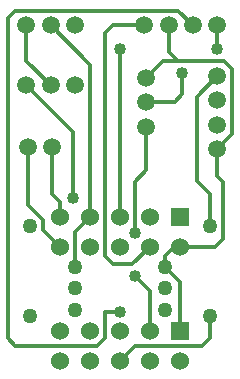
<source format=gbr>
G04 DipTrace 3.2.0.1*
G04 Bottom.gbr*
%MOMM*%
G04 #@! TF.FileFunction,Copper,L2,Bot*
G04 #@! TF.Part,Single*
G04 #@! TA.AperFunction,Conductor*
%ADD13C,0.33*%
G04 #@! TA.AperFunction,ComponentPad*
%ADD14C,1.524*%
%ADD15R,1.524X1.524*%
%ADD16C,1.5*%
%ADD17C,1.27*%
%ADD18C,1.27*%
G04 #@! TA.AperFunction,ViaPad*
%ADD19C,1.016*%
%FSLAX35Y35*%
G04*
G71*
G90*
G75*
G01*
G04 Bottom*
%LPD*%
X1282250Y3743627D2*
D13*
X1681139Y3344737D1*
Y2789779D1*
X2584000Y1664000D2*
Y2076750D1*
X2457000Y2203750D1*
X1488623Y3743627D2*
X1282250Y3950000D1*
Y4251627D1*
X2901500Y3203877D2*
X3026001Y3328377D1*
Y3881509D1*
X2959999Y3947511D1*
X2570629D1*
X2439557D1*
X2298653Y3806607D1*
X2570629Y3947511D2*
X2488750Y4029390D1*
Y4251627D1*
X2584000Y2378377D2*
X2884997D1*
X2951000Y2444379D1*
Y2922621D1*
X2901500Y2972120D1*
Y3203877D1*
X2457000Y2203750D2*
Y2302178D1*
X2533199Y2378377D1*
X2584000D1*
X1695000Y2203750D2*
Y2505377D1*
X1822000Y2632377D1*
Y3918250D1*
X1488623Y4251627D1*
X2901500Y3823000D2*
X2725011Y3646511D1*
Y2937858D1*
X2838000Y2824869D1*
Y2553000D1*
X2330000Y2378377D2*
X2181352Y2229729D1*
X2013701D1*
X1947700Y2295731D1*
Y4185618D1*
X2013708Y4251627D1*
X2282377D1*
X2076000Y1824000D2*
X1947700D1*
Y1601699D1*
X1881700Y1535700D1*
X1191699D1*
X1125700Y1601699D1*
Y4310131D1*
X1191699Y4376131D1*
X2570623D1*
X2695127Y4251627D1*
X2076000Y4047810D2*
Y2632377D1*
X2901500Y4047810D2*
Y4251627D1*
X2604930Y3847209D2*
Y3666752D1*
X2538411Y3600233D1*
X2298653D1*
X2201700Y2129430D2*
X2330000Y2001129D1*
Y1664000D1*
X2201700Y2491519D2*
Y2925699D1*
X2298653Y3022653D1*
Y3393857D1*
X1504497Y3219750D2*
Y2821583D1*
X1568000Y2758080D1*
Y2632377D1*
X1298123Y3219750D2*
Y2730436D1*
X1427000Y2601560D1*
Y2519377D1*
X1568000Y2378377D1*
X2838000Y1791000D2*
Y1601699D1*
X2772001Y1535700D1*
X2201700D1*
X2076000Y1410000D1*
D19*
X1681139Y2789779D3*
X2076000Y1824000D3*
Y4047810D3*
X2901500D3*
X2604930Y3847209D3*
X2201700Y2129430D3*
Y2491519D3*
D14*
X1568000Y2378377D3*
Y2632377D3*
X1822000D3*
Y2378377D3*
X2076000Y2632377D3*
Y2378377D3*
X2330000Y2632377D3*
Y2378377D3*
X2584000D3*
D15*
Y2632377D3*
D14*
X1568000Y1410000D3*
Y1664000D3*
X1822000D3*
Y1410000D3*
X2076000Y1664000D3*
Y1410000D3*
X2330000Y1664000D3*
Y1410000D3*
X2584000D3*
D15*
Y1664000D3*
D16*
X1282250Y4251627D3*
X1488623D3*
X1695000D3*
X1282250Y3743627D3*
X1488623D3*
X1695000D3*
X2901500Y3203877D3*
Y3410250D3*
Y3616627D3*
Y3823000D3*
X2282377Y4251627D3*
X2488750D3*
X2695127D3*
X2901500D3*
X2298653Y3806607D3*
Y3600233D3*
Y3393857D3*
X1298123Y3219750D3*
X1504497D3*
D17*
X1695000Y1838623D3*
D18*
X2457000D3*
D17*
Y2203750D3*
D18*
X1695000D3*
D17*
Y2029127D3*
D18*
X2457000D3*
D17*
X1314000Y2553000D3*
D18*
Y1791000D3*
D17*
X2838000Y2553000D3*
D18*
Y1791000D3*
M02*

</source>
